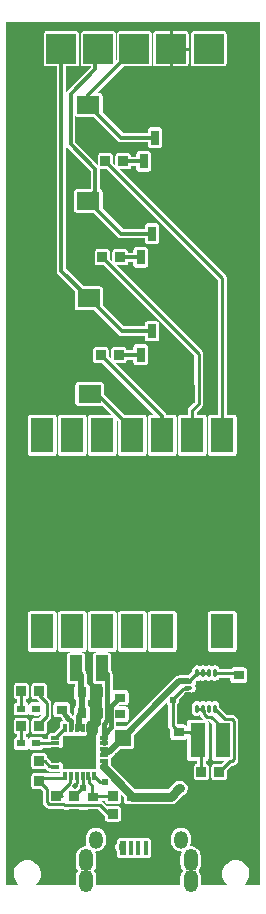
<source format=gtl>
G04 Layer: TopLayer*
G04 EasyEDA Pro v2.2.38.8, 2025-05-13 16:51:06*
G04 Gerber Generator version 0.3*
G04 Scale: 100 percent, Rotated: No, Reflected: No*
G04 Dimensions in millimeters*
G04 Leading zeros omitted, absolute positions, 4 integers and 5 decimals*
%FSLAX45Y45*%
%MOMM*%
%ADD10C,0.254*%
%ADD11R,2.5X2.5*%
%ADD12R,0.9X0.8*%
%ADD13R,0.9X0.8*%
%ADD14R,0.7X1.25001*%
%ADD15R,0.80648X0.86401*%
%ADD16R,0.80648X0.86401*%
%ADD17R,1.9X1.5*%
%ADD18O,0.28001X0.8*%
%ADD19O,0.8092X0.28001*%
%ADD20O,0.8X0.28001*%
%ADD21R,1.7X1.7*%
%ADD22R,1.9X2.99999*%
%ADD23R,2.79999X2.79999*%
%ADD24R,0.29997X0.8*%
%ADD25R,0.8X0.3*%
%ADD26R,0.75001X0.6*%
%ADD27R,0.55001X1.2*%
%ADD28R,0.38001X1.2*%
%ADD29O,1.2X1.5*%
%ADD30O,1.2X1.9*%
%ADD31R,1.3X2.99999*%
%ADD32R,1.0X2.2*%
%ADD33R,1.35001X1.41*%
%ADD34R,0.8X0.9*%
%ADD35R,0.86401X0.80648*%
%ADD36C,0.61*%
%ADD37C,0.508*%
%ADD38C,0.3048*%
%ADD39C,0.381*%
%ADD40C,0.762*%
%ADD41C,0.635*%
G75*


G04 Copper Start*
G36*
G01X3192953Y-6543557D02*
G01X2851115Y-6543557D01*
G01X2866295Y-6529741D01*
G01X2878789Y-6513456D01*
G01X2888201Y-6495215D01*
G01X2894235Y-6475596D01*
G01X2896700Y-6455218D01*
G01X2895517Y-6434727D01*
G01X2890724Y-6414768D01*
G01X2882473Y-6395974D01*
G01X2871024Y-6378937D01*
G01X2856739Y-6364198D01*
G01X2840070Y-6352220D01*
G01X2821543Y-6343384D01*
G01X2801745Y-6337968D01*
G01X2781300Y-6336144D01*
G01X2760855Y-6337968D01*
G01X2741057Y-6343384D01*
G01X2722530Y-6352220D01*
G01X2705861Y-6364198D01*
G01X2691576Y-6378937D01*
G01X2680127Y-6395974D01*
G01X2671876Y-6414768D01*
G01X2667083Y-6434727D01*
G01X2665900Y-6455218D01*
G01X2668365Y-6475596D01*
G01X2674399Y-6495215D01*
G01X2683811Y-6513456D01*
G01X2696305Y-6529741D01*
G01X2711485Y-6543557D01*
G01X2604986Y-6543557D01*
G01X2603754Y-6527800D01*
G01X2603754Y-5455900D01*
G01X2816059Y-5455900D01*
G01X2816059Y-5542300D01*
G01X2818011Y-5552118D01*
G01X2823573Y-5560440D01*
G01X2831895Y-5566002D01*
G01X2841713Y-5567954D01*
G01X2922360Y-5567954D01*
G01X2930018Y-5566785D01*
G01X2936978Y-5563382D01*
G01X2941011Y-5567415D01*
G01X2949309Y-5573712D01*
G01X2958994Y-5577544D01*
G01X2964665Y-5583177D01*
G01X2971793Y-5586791D01*
G01X2979688Y-5588036D01*
G01X3058182Y-5588036D01*
G01X3058182Y-5600446D01*
G01X2937712Y-5600446D01*
G01X2930449Y-5596654D01*
G01X2922360Y-5595346D01*
G01X2841713Y-5595346D01*
G01X2831895Y-5597298D01*
G01X2823573Y-5602860D01*
G01X2818011Y-5611182D01*
G01X2816059Y-5621000D01*
G01X2816059Y-5707400D01*
G01X2818011Y-5717218D01*
G01X2823573Y-5725540D01*
G01X2831895Y-5731102D01*
G01X2841713Y-5733054D01*
G01X2896650Y-5733054D01*
G01X2913146Y-5749550D01*
G01X2913146Y-5843944D01*
G01X2914452Y-5853871D01*
G01X2918284Y-5863121D01*
G01X2924379Y-5871064D01*
G01X2940723Y-5887408D01*
G01X2948666Y-5893503D01*
G01X2957916Y-5897335D01*
G01X2967843Y-5898641D01*
G01X3071653Y-5898641D01*
G01X3079156Y-5903664D01*
G01X3087626Y-5906794D01*
G01X3096592Y-5907856D01*
G01X3380770Y-5907856D01*
G01X3436346Y-5963432D01*
G01X3436346Y-5983060D01*
G01X3438298Y-5992878D01*
G01X3443860Y-6001200D01*
G01X3452182Y-6006761D01*
G01X3462000Y-6008714D01*
G01X3548400Y-6008714D01*
G01X3558218Y-6006761D01*
G01X3566540Y-6001200D01*
G01X3572102Y-5992878D01*
G01X3574054Y-5983060D01*
G01X3574054Y-5902413D01*
G01X3572102Y-5892595D01*
G01X3566540Y-5884273D01*
G01X3558218Y-5878711D01*
G01X3548400Y-5876759D01*
G01X3462000Y-5876759D01*
G01X3458406Y-5877012D01*
G01X3423777Y-5842382D01*
G01X3417704Y-5837439D01*
G01X3410754Y-5833833D01*
G01X3410754Y-5831411D01*
G01X3436346Y-5831411D01*
G01X3436346Y-5832387D01*
G01X3438298Y-5842205D01*
G01X3443860Y-5850527D01*
G01X3452182Y-5856089D01*
G01X3462000Y-5858041D01*
G01X3548400Y-5858041D01*
G01X3558218Y-5856089D01*
G01X3566540Y-5850527D01*
G01X3572102Y-5842205D01*
G01X3574054Y-5832387D01*
G01X3574054Y-5774625D01*
G01X3599646Y-5800217D01*
G01X3599646Y-5837398D01*
G01X3601599Y-5847215D01*
G01X3607160Y-5855538D01*
G01X3615483Y-5861099D01*
G01X3625300Y-5863052D01*
G01X3715300Y-5863052D01*
G01X3724989Y-5861152D01*
G01X3997418Y-5861152D01*
G01X4009856Y-5859927D01*
G01X4021816Y-5856299D01*
G01X4032838Y-5850407D01*
G01X4042499Y-5842478D01*
G01X4096763Y-5788215D01*
G01X4110309Y-5781876D01*
G01X4122005Y-5772556D01*
G01X4131208Y-5760767D01*
G01X4137412Y-5747159D01*
G01X4140275Y-5732481D01*
G01X4139639Y-5717539D01*
G01X4135540Y-5703156D01*
G01X4128203Y-5690124D01*
G01X4118032Y-5679159D01*
G01X4105587Y-5670866D01*
G01X4091552Y-5665700D01*
G01X4076700Y-5663946D01*
G01X4067116Y-5663946D01*
G01X4054678Y-5665171D01*
G01X4042718Y-5668799D01*
G01X4031696Y-5674690D01*
G01X4022035Y-5682619D01*
G01X3971011Y-5733644D01*
G01X3724989Y-5733644D01*
G01X3715300Y-5731744D01*
G01X3693536Y-5731744D01*
G01X3493667Y-5531874D01*
G01X3491640Y-5522401D01*
G01X3493159Y-5517500D01*
G01X3493672Y-5512395D01*
G01X3493672Y-5482395D01*
G01X3493160Y-5477296D01*
G01X3491646Y-5472401D01*
G01X3493285Y-5466849D01*
G01X3500263Y-5462616D01*
G01X3506477Y-5457324D01*
G01X3570147Y-5393654D01*
G01X3661601Y-5393654D01*
G01X3671418Y-5391702D01*
G01X3679741Y-5386141D01*
G01X3685302Y-5377818D01*
G01X3687255Y-5368000D01*
G01X3687255Y-5276547D01*
G01X3962106Y-5001695D01*
G01X3967607Y-5011180D01*
G01X3974846Y-5019415D01*
G01X3974846Y-5200498D01*
G01X3976153Y-5210424D01*
G01X3979984Y-5219675D01*
G01X3986080Y-5227618D01*
G01X3993346Y-5234884D01*
G01X3993346Y-5291298D01*
G01X3995299Y-5301115D01*
G01X4000860Y-5309438D01*
G01X4009183Y-5314999D01*
G01X4019000Y-5316952D01*
G01X4109000Y-5316952D01*
G01X4118817Y-5314999D01*
G01X4127140Y-5309438D01*
G01X4132701Y-5301115D01*
G01X4134654Y-5291298D01*
G01X4134654Y-5289652D01*
G01X4135043Y-5289652D01*
G01X4135043Y-5471300D01*
G01X4136995Y-5481117D01*
G01X4142556Y-5489440D01*
G01X4150879Y-5495001D01*
G01X4160697Y-5496954D01*
G01X4217010Y-5496954D01*
G01X4217010Y-5519146D01*
G01X4215040Y-5519146D01*
G01X4205222Y-5521098D01*
G01X4196900Y-5526660D01*
G01X4191339Y-5534982D01*
G01X4189386Y-5544800D01*
G01X4189386Y-5631200D01*
G01X4191339Y-5641018D01*
G01X4196900Y-5649340D01*
G01X4205222Y-5654902D01*
G01X4215040Y-5656854D01*
G01X4295687Y-5656854D01*
G01X4305505Y-5654902D01*
G01X4313827Y-5649340D01*
G01X4319389Y-5641018D01*
G01X4321341Y-5631200D01*
G01X4321341Y-5544800D01*
G01X4319389Y-5534982D01*
G01X4313827Y-5526660D01*
G01X4305505Y-5521098D01*
G01X4295687Y-5519146D01*
G01X4293718Y-5519146D01*
G01X4293718Y-5496775D01*
G01X4302571Y-5494040D01*
G01X4309875Y-5488338D01*
G01X4314677Y-5480413D01*
G01X4316350Y-5471300D01*
G01X4316350Y-5171300D01*
G01X4315473Y-5164650D01*
G01X4312902Y-5158454D01*
G01X4319607Y-5158454D01*
G01X4345050Y-5183896D01*
G01X4345050Y-5471300D01*
G01X4347003Y-5481117D01*
G01X4352564Y-5489440D01*
G01X4360886Y-5495001D01*
G01X4370704Y-5496954D01*
G01X4442842Y-5496954D01*
G01X4420650Y-5519146D01*
G01X4365713Y-5519146D01*
G01X4355895Y-5521098D01*
G01X4347573Y-5526660D01*
G01X4342011Y-5534982D01*
G01X4340059Y-5544800D01*
G01X4340059Y-5631200D01*
G01X4342011Y-5641018D01*
G01X4347573Y-5649340D01*
G01X4355895Y-5654902D01*
G01X4365713Y-5656854D01*
G01X4446360Y-5656854D01*
G01X4456178Y-5654902D01*
G01X4464500Y-5649340D01*
G01X4470061Y-5641018D01*
G01X4472014Y-5631200D01*
G01X4472014Y-5576263D01*
G01X4510723Y-5537554D01*
G01X4512260Y-5537554D01*
G01X4522187Y-5536247D01*
G01X4531437Y-5532415D01*
G01X4539380Y-5526320D01*
G01X4555724Y-5509977D01*
G01X4561819Y-5502033D01*
G01X4565651Y-5492783D01*
G01X4566958Y-5482856D01*
G01X4566958Y-5159744D01*
G01X4565651Y-5149817D01*
G01X4561819Y-5140567D01*
G01X4555724Y-5132623D01*
G01X4539380Y-5116280D01*
G01X4531437Y-5110185D01*
G01X4522187Y-5106353D01*
G01X4512260Y-5105046D01*
G01X4474681Y-5105046D01*
G01X4407248Y-5037613D01*
G01X4407248Y-5026200D01*
G01X4405686Y-5015179D01*
G01X4401122Y-5005026D01*
G01X4393916Y-4996542D01*
G01X4384636Y-4990395D01*
G01X4374013Y-4987069D01*
G01X4362884Y-4986826D01*
G01X4352126Y-4989687D01*
G01X4342587Y-4995424D01*
G01X4333369Y-4989824D01*
G01X4322982Y-4986915D01*
G01X4312196Y-4986913D01*
G01X4301808Y-4989818D01*
G01X4292587Y-4995414D01*
G01X4283366Y-4989818D01*
G01X4272979Y-4986913D01*
G01X4262192Y-4986915D01*
G01X4251806Y-4989824D01*
G01X4242587Y-4995424D01*
G01X4233049Y-4989687D01*
G01X4222291Y-4986826D01*
G01X4211162Y-4987069D01*
G01X4200539Y-4990395D01*
G01X4191259Y-4996542D01*
G01X4184053Y-5005026D01*
G01X4179489Y-5015179D01*
G01X4177927Y-5026200D01*
G01X4177927Y-5078199D01*
G01X4179842Y-5090373D01*
G01X4185401Y-5101371D01*
G01X4194069Y-5110131D01*
G01X4205007Y-5115807D01*
G01X4217160Y-5117851D01*
G01X4229354Y-5116066D01*
G01X4240410Y-5110623D01*
G01X4243908Y-5117039D01*
G01X4248560Y-5122675D01*
G01X4271531Y-5145646D01*
G01X4160697Y-5145646D01*
G01X4150879Y-5147599D01*
G01X4142556Y-5153160D01*
G01X4136995Y-5161483D01*
G01X4135043Y-5171300D01*
G01X4135043Y-5212944D01*
G01X4134654Y-5212944D01*
G01X4134654Y-5211298D01*
G01X4132701Y-5201480D01*
G01X4127140Y-5193158D01*
G01X4118817Y-5187596D01*
G01X4109000Y-5185644D01*
G01X4052587Y-5185644D01*
G01X4051554Y-5184611D01*
G01X4051554Y-5019415D01*
G01X4060268Y-5009024D01*
G01X4066238Y-4996847D01*
G01X4069113Y-4983594D01*
G01X4068728Y-4970038D01*
G01X4115132Y-4923634D01*
G01X4134514Y-4923634D01*
G01X4145921Y-4921898D01*
G01X4156297Y-4916848D01*
G01X4168600Y-4916848D01*
G01X4179621Y-4915286D01*
G01X4189774Y-4910722D01*
G01X4198258Y-4903516D01*
G01X4204405Y-4894236D01*
G01X4207731Y-4883613D01*
G01X4207974Y-4872484D01*
G01X4205113Y-4861726D01*
G01X4199376Y-4852187D01*
G01X4205585Y-4841484D01*
G01X4208193Y-4829388D01*
G01X4206945Y-4817077D01*
G01X4207477Y-4816545D01*
G01X4219788Y-4817793D01*
G01X4231884Y-4815185D01*
G01X4242587Y-4808976D01*
G01X4251806Y-4814576D01*
G01X4262192Y-4817485D01*
G01X4272979Y-4817487D01*
G01X4283366Y-4814582D01*
G01X4292587Y-4808986D01*
G01X4301808Y-4814582D01*
G01X4312196Y-4817487D01*
G01X4322982Y-4817485D01*
G01X4333369Y-4814576D01*
G01X4342587Y-4808976D01*
G01X4351943Y-4814635D01*
G01X4362488Y-4817524D01*
G01X4373422Y-4817424D01*
G01X4383912Y-4814341D01*
G01X4393162Y-4808510D01*
G01X4400468Y-4800375D01*
G01X4405274Y-4790554D01*
G01X4501346Y-4790554D01*
G01X4501346Y-4808698D01*
G01X4503299Y-4818515D01*
G01X4508860Y-4826838D01*
G01X4517183Y-4832399D01*
G01X4527000Y-4834352D01*
G01X4617000Y-4834352D01*
G01X4626817Y-4832399D01*
G01X4635140Y-4826838D01*
G01X4640701Y-4818515D01*
G01X4642654Y-4808698D01*
G01X4642654Y-4728698D01*
G01X4640701Y-4718880D01*
G01X4635140Y-4710558D01*
G01X4626817Y-4704996D01*
G01X4617000Y-4703044D01*
G01X4527000Y-4703044D01*
G01X4518984Y-4704328D01*
G01X4511770Y-4708054D01*
G01X4506082Y-4713846D01*
G01X4405274Y-4713846D01*
G01X4400468Y-4704025D01*
G01X4393162Y-4695890D01*
G01X4383912Y-4690060D01*
G01X4373422Y-4686977D01*
G01X4362488Y-4686876D01*
G01X4351943Y-4689766D01*
G01X4342587Y-4695425D01*
G01X4333369Y-4689825D01*
G01X4322982Y-4686916D01*
G01X4312196Y-4686914D01*
G01X4301808Y-4689818D01*
G01X4292587Y-4695415D01*
G01X4283366Y-4689818D01*
G01X4272979Y-4686914D01*
G01X4262192Y-4686916D01*
G01X4251806Y-4689825D01*
G01X4242587Y-4695425D01*
G01X4233049Y-4689687D01*
G01X4222291Y-4686827D01*
G01X4211162Y-4687069D01*
G01X4200539Y-4690395D01*
G01X4191259Y-4696542D01*
G01X4184053Y-4705027D01*
G01X4179489Y-4715180D01*
G01X4177927Y-4726201D01*
G01X4177927Y-4737614D01*
G01X4143983Y-4771558D01*
G01X4142600Y-4771539D01*
G01X4068456Y-4771539D01*
G01X4055242Y-4773279D01*
G01X4042929Y-4778379D01*
G01X4032355Y-4786492D01*
G01X3905999Y-4912849D01*
G01X3901823Y-4917576D01*
G01X3618053Y-5201346D01*
G01X3534154Y-5201346D01*
G01X3534154Y-5164856D01*
G01X3613700Y-5164856D01*
G01X3623517Y-5162904D01*
G01X3631840Y-5157342D01*
G01X3637401Y-5149020D01*
G01X3639354Y-5139202D01*
G01X3639354Y-5059202D01*
G01X3637401Y-5049385D01*
G01X3631840Y-5041062D01*
G01X3623517Y-5035501D01*
G01X3613700Y-5033548D01*
G01X3547719Y-5033548D01*
G01X3556416Y-5024852D01*
G01X3613700Y-5024852D01*
G01X3623517Y-5022899D01*
G01X3631840Y-5017338D01*
G01X3637401Y-5009015D01*
G01X3639354Y-4999198D01*
G01X3639354Y-4919198D01*
G01X3637401Y-4909380D01*
G01X3631840Y-4901058D01*
G01X3623517Y-4895496D01*
G01X3613700Y-4893544D01*
G01X3523700Y-4893544D01*
G01X3516145Y-4894681D01*
G01X3509261Y-4897993D01*
G01X3503656Y-4903186D01*
G01X3503656Y-4758658D01*
G01X3502133Y-4747087D01*
G01X3497667Y-4736306D01*
G01X3490563Y-4727047D01*
G01X3487649Y-4724133D01*
G01X3487649Y-4601700D01*
G01X3485696Y-4591883D01*
G01X3480135Y-4583560D01*
G01X3471812Y-4577999D01*
G01X3461995Y-4576046D01*
G01X3361995Y-4576046D01*
G01X3352177Y-4577999D01*
G01X3343855Y-4583560D01*
G01X3338294Y-4591883D01*
G01X3336341Y-4601700D01*
G01X3336341Y-4821700D01*
G01X3338294Y-4831517D01*
G01X3343855Y-4839840D01*
G01X3352177Y-4845401D01*
G01X3361995Y-4847354D01*
G01X3414248Y-4847354D01*
G01X3414248Y-4958985D01*
G01X3414248Y-4958985D01*
G01X3410849Y-4968552D01*
G01X3409696Y-4978639D01*
G01X3409696Y-5028961D01*
G01X3410849Y-5039048D01*
G01X3414248Y-5048615D01*
G01X3414248Y-5133370D01*
G01X3396408Y-5151210D01*
G01X3389303Y-5160469D01*
G01X3384838Y-5171251D01*
G01X3383314Y-5182821D01*
G01X3383314Y-5257176D01*
G01X3375027Y-5260274D01*
G01X3368285Y-5266002D01*
G01X3363890Y-5273680D01*
G01X3362364Y-5282395D01*
G01X3362364Y-5312395D01*
G01X3362877Y-5317500D01*
G01X3364396Y-5322401D01*
G01X3362877Y-5327302D01*
G01X3362364Y-5332408D01*
G01X3362364Y-5362408D01*
G01X3362876Y-5367506D01*
G01X3364391Y-5372401D01*
G01X3362876Y-5377296D01*
G01X3362364Y-5382395D01*
G01X3362364Y-5412395D01*
G01X3362877Y-5417500D01*
G01X3364396Y-5422401D01*
G01X3362877Y-5427302D01*
G01X3362364Y-5432407D01*
G01X3362364Y-5462407D01*
G01X3362876Y-5467506D01*
G01X3364391Y-5472401D01*
G01X3362876Y-5477296D01*
G01X3362364Y-5482395D01*
G01X3362364Y-5512395D01*
G01X3362877Y-5517500D01*
G01X3364396Y-5522401D01*
G01X3362877Y-5527302D01*
G01X3362364Y-5532407D01*
G01X3362364Y-5561560D01*
G01X3333822Y-5561560D01*
G01X3328723Y-5562072D01*
G01X3323827Y-5563587D01*
G01X3318932Y-5562072D01*
G01X3313833Y-5561560D01*
G01X3283835Y-5561560D01*
G01X3278729Y-5562073D01*
G01X3273828Y-5563593D01*
G01X3268926Y-5562073D01*
G01X3263820Y-5561560D01*
G01X3233823Y-5561560D01*
G01X3228723Y-5562072D01*
G01X3223828Y-5563587D01*
G01X3218932Y-5562072D01*
G01X3213833Y-5561560D01*
G01X3183835Y-5561560D01*
G01X3178729Y-5562073D01*
G01X3173828Y-5563593D01*
G01X3168926Y-5562073D01*
G01X3163820Y-5561560D01*
G01X3133823Y-5561560D01*
G01X3128724Y-5562072D01*
G01X3123828Y-5563587D01*
G01X3118932Y-5562072D01*
G01X3113833Y-5561560D01*
G01X3085342Y-5561560D01*
G01X3085342Y-5532382D01*
G01X3083389Y-5522565D01*
G01X3077828Y-5514242D01*
G01X3069505Y-5508681D01*
G01X3059688Y-5506728D01*
G01X3031156Y-5506728D01*
G01X3022182Y-5503157D01*
G01X3012601Y-5501941D01*
G01X2984018Y-5501941D01*
G01X2954057Y-5471980D01*
G01X2948014Y-5467057D01*
G01X2948014Y-5455900D01*
G01X2946061Y-5446082D01*
G01X2940500Y-5437760D01*
G01X2932178Y-5432198D01*
G01X2922360Y-5430246D01*
G01X2841713Y-5430246D01*
G01X2831895Y-5432198D01*
G01X2823573Y-5437760D01*
G01X2818011Y-5446082D01*
G01X2816059Y-5455900D01*
G01X2603754Y-5455900D01*
G01X2603754Y-5156073D01*
G01X2665386Y-5156073D01*
G01X2665386Y-5242474D01*
G01X2667339Y-5252291D01*
G01X2672900Y-5260614D01*
G01X2681222Y-5266175D01*
G01X2691040Y-5268128D01*
G01X2693010Y-5268128D01*
G01X2693010Y-5291073D01*
G01X2683561Y-5293352D01*
G01X2675638Y-5298982D01*
G01X2670378Y-5307156D01*
G01X2668537Y-5316700D01*
G01X2668537Y-5376700D01*
G01X2670489Y-5386517D01*
G01X2676051Y-5394840D01*
G01X2684373Y-5400401D01*
G01X2694191Y-5402354D01*
G01X2769192Y-5402354D01*
G01X2777464Y-5400984D01*
G01X2784853Y-5397019D01*
G01X2790568Y-5390884D01*
G01X2794000Y-5383233D01*
G01X2797432Y-5390884D01*
G01X2803147Y-5397019D01*
G01X2810536Y-5400984D01*
G01X2818808Y-5402354D01*
G01X2893809Y-5402354D01*
G01X2901630Y-5401133D01*
G01X2908706Y-5397586D01*
G01X2914364Y-5392051D01*
G01X2918065Y-5385054D01*
G01X2967683Y-5385054D01*
G01X2973503Y-5387280D01*
G01X2979688Y-5388036D01*
G01X3059688Y-5388036D01*
G01X3069505Y-5386083D01*
G01X3077828Y-5380522D01*
G01X3083389Y-5372200D01*
G01X3085342Y-5362382D01*
G01X3085342Y-5332382D01*
G01X3084830Y-5327284D01*
G01X3083315Y-5322389D01*
G01X3084830Y-5317494D01*
G01X3085342Y-5312395D01*
G01X3085342Y-5285982D01*
G01X3088082Y-5283242D01*
G01X3113833Y-5283242D01*
G01X3118932Y-5282730D01*
G01X3123828Y-5281215D01*
G01X3128724Y-5282730D01*
G01X3133823Y-5283242D01*
G01X3163820Y-5283242D01*
G01X3168926Y-5282729D01*
G01X3173828Y-5281210D01*
G01X3178729Y-5282729D01*
G01X3183835Y-5283242D01*
G01X3213833Y-5283242D01*
G01X3218932Y-5282730D01*
G01X3223828Y-5281215D01*
G01X3228723Y-5282730D01*
G01X3233823Y-5283242D01*
G01X3263820Y-5283242D01*
G01X3273637Y-5281289D01*
G01X3281960Y-5275728D01*
G01X3287521Y-5267406D01*
G01X3289474Y-5257588D01*
G01X3289474Y-5239232D01*
G01X3293071Y-5228675D01*
G01X3294289Y-5217588D01*
G01X3293071Y-5206502D01*
G01X3289474Y-5195944D01*
G01X3289474Y-5177588D01*
G01X3288372Y-5170149D01*
G01X3285160Y-5163350D01*
G01X3294834Y-5161266D01*
G01X3303000Y-5155676D01*
G01X3308443Y-5147410D01*
G01X3310352Y-5137700D01*
G01X3310352Y-5047700D01*
G01X3308568Y-5038301D01*
G01X3303465Y-5030209D01*
G01X3295752Y-5024550D01*
G01X3295752Y-4983050D01*
G01X3303465Y-4977391D01*
G01X3308568Y-4969299D01*
G01X3310352Y-4959900D01*
G01X3310352Y-4869900D01*
G01X3308399Y-4860083D01*
G01X3302838Y-4851760D01*
G01X3294515Y-4846199D01*
G01X3284698Y-4844246D01*
G01X3283052Y-4844246D01*
G01X3283052Y-4764392D01*
G01X3281312Y-4751179D01*
G01X3276212Y-4738865D01*
G01X3268098Y-4728292D01*
G01X3267659Y-4727853D01*
G01X3267659Y-4601700D01*
G01X3265706Y-4591883D01*
G01X3260145Y-4583560D01*
G01X3251823Y-4577999D01*
G01X3242005Y-4576046D01*
G01X3142005Y-4576046D01*
G01X3132188Y-4577999D01*
G01X3123865Y-4583560D01*
G01X3118304Y-4591883D01*
G01X3116351Y-4601700D01*
G01X3116351Y-4821700D01*
G01X3118304Y-4831517D01*
G01X3123865Y-4839840D01*
G01X3132188Y-4845401D01*
G01X3142005Y-4847354D01*
G01X3180944Y-4847354D01*
G01X3180944Y-4860211D01*
G01X3180944Y-4860211D01*
G01X3179044Y-4869900D01*
G01X3179044Y-4959900D01*
G01X3180827Y-4969299D01*
G01X3185931Y-4977391D01*
G01X3193644Y-4983050D01*
G01X3193644Y-5024550D01*
G01X3185931Y-5030209D01*
G01X3180827Y-5038301D01*
G01X3179044Y-5047700D01*
G01X3179044Y-5086697D01*
G01X3173353Y-5095838D01*
G01X3169706Y-5105969D01*
G01X3168264Y-5116640D01*
G01X3164590Y-5112965D01*
G01X3162090Y-5104330D01*
G01X3157913Y-5096370D01*
G01X3152228Y-5089407D01*
G01X3144054Y-5081233D01*
G01X3144054Y-5021102D01*
G01X3142101Y-5011285D01*
G01X3136540Y-5002962D01*
G01X3128217Y-4997401D01*
G01X3118400Y-4995448D01*
G01X3028400Y-4995448D01*
G01X3018583Y-4997401D01*
G01X3010260Y-5002962D01*
G01X3004699Y-5011285D01*
G01X3002746Y-5021102D01*
G01X3002746Y-5101102D01*
G01X3004699Y-5110920D01*
G01X3010260Y-5119242D01*
G01X3018583Y-5124804D01*
G01X3028400Y-5126756D01*
G01X3063135Y-5126756D01*
G01X3076644Y-5140265D01*
G01X3080600Y-5152139D01*
G01X3071818Y-5154923D01*
G01X3064585Y-5160631D01*
G01X3059836Y-5168525D01*
G01X3058182Y-5177588D01*
G01X3058182Y-5204661D01*
G01X3006101Y-5256741D01*
G01X2979688Y-5256741D01*
G01X2969871Y-5258694D01*
G01X2961548Y-5264255D01*
G01X2955987Y-5272578D01*
G01X2954034Y-5282395D01*
G01X2954034Y-5308346D01*
G01X2918065Y-5308346D01*
G01X2914364Y-5301349D01*
G01X2908706Y-5295814D01*
G01X2901630Y-5292267D01*
G01X2893809Y-5291046D01*
G01X2818808Y-5291046D01*
G01X2810536Y-5292416D01*
G01X2803147Y-5296381D01*
G01X2797432Y-5302516D01*
G01X2794000Y-5310167D01*
G01X2790641Y-5302626D01*
G01X2785060Y-5296543D01*
G01X2777836Y-5292546D01*
G01X2769718Y-5291051D01*
G01X2769718Y-5268128D01*
G01X2771687Y-5268128D01*
G01X2781505Y-5266175D01*
G01X2789827Y-5260614D01*
G01X2795389Y-5252291D01*
G01X2797341Y-5242474D01*
G01X2797341Y-5156073D01*
G01X2795389Y-5146256D01*
G01X2789827Y-5137933D01*
G01X2781505Y-5132372D01*
G01X2771687Y-5130419D01*
G01X2691040Y-5130419D01*
G01X2681222Y-5132372D01*
G01X2672900Y-5137933D01*
G01X2667339Y-5146256D01*
G01X2665386Y-5156073D01*
G01X2603754Y-5156073D01*
G01X2603754Y-4859000D01*
G01X2665386Y-4859000D01*
G01X2665386Y-4945400D01*
G01X2667339Y-4955218D01*
G01X2672900Y-4963540D01*
G01X2681222Y-4969102D01*
G01X2691040Y-4971054D01*
G01X2693010Y-4971054D01*
G01X2693010Y-4998973D01*
G01X2683561Y-5001252D01*
G01X2675638Y-5006882D01*
G01X2670378Y-5015056D01*
G01X2668537Y-5024600D01*
G01X2668537Y-5084600D01*
G01X2670489Y-5094417D01*
G01X2676051Y-5102740D01*
G01X2684373Y-5108301D01*
G01X2694191Y-5110254D01*
G01X2769192Y-5110254D01*
G01X2777464Y-5108884D01*
G01X2784853Y-5104919D01*
G01X2790568Y-5098784D01*
G01X2794000Y-5091133D01*
G01X2797432Y-5098784D01*
G01X2803147Y-5104919D01*
G01X2810536Y-5108884D01*
G01X2818808Y-5110254D01*
G01X2831572Y-5110254D01*
G01X2843207Y-5114228D01*
G01X2855429Y-5115574D01*
G01X2867651Y-5114228D01*
G01X2879287Y-5110254D01*
G01X2893809Y-5110254D01*
G01X2901048Y-5109212D01*
G01X2879840Y-5130419D01*
G01X2841713Y-5130419D01*
G01X2831895Y-5132372D01*
G01X2823573Y-5137933D01*
G01X2818011Y-5146256D01*
G01X2816059Y-5156073D01*
G01X2816059Y-5242474D01*
G01X2818011Y-5252291D01*
G01X2823573Y-5260614D01*
G01X2831895Y-5266175D01*
G01X2841713Y-5268128D01*
G01X2922360Y-5268128D01*
G01X2932178Y-5266175D01*
G01X2940500Y-5260614D01*
G01X2946061Y-5252291D01*
G01X2948014Y-5242474D01*
G01X2948014Y-5170727D01*
G01X2974230Y-5144511D01*
G01X2980325Y-5136568D01*
G01X2984157Y-5127317D01*
G01X2985463Y-5117391D01*
G01X2985463Y-5005317D01*
G01X2984157Y-4995390D01*
G01X2980325Y-4986140D01*
G01X2974230Y-4978197D01*
G01X2947328Y-4951295D01*
G01X2948014Y-4945400D01*
G01X2948014Y-4859000D01*
G01X2946061Y-4849182D01*
G01X2940500Y-4840860D01*
G01X2932178Y-4835298D01*
G01X2922360Y-4833346D01*
G01X2841713Y-4833346D01*
G01X2831895Y-4835298D01*
G01X2823573Y-4840860D01*
G01X2818011Y-4849182D01*
G01X2816059Y-4859000D01*
G01X2816059Y-4945400D01*
G01X2818011Y-4955218D01*
G01X2823573Y-4963540D01*
G01X2831895Y-4969102D01*
G01X2841713Y-4971054D01*
G01X2858606Y-4971054D01*
G01X2886498Y-4998946D01*
G01X2818808Y-4998946D01*
G01X2810536Y-5000316D01*
G01X2803147Y-5004281D01*
G01X2797432Y-5010416D01*
G01X2794000Y-5018067D01*
G01X2790641Y-5010526D01*
G01X2785060Y-5004443D01*
G01X2777836Y-5000446D01*
G01X2769718Y-4998951D01*
G01X2769718Y-4998951D01*
G01X2769718Y-4971054D01*
G01X2771687Y-4971054D01*
G01X2781505Y-4969102D01*
G01X2789827Y-4963540D01*
G01X2795389Y-4955218D01*
G01X2797341Y-4945400D01*
G01X2797341Y-4859000D01*
G01X2795389Y-4849182D01*
G01X2789827Y-4840860D01*
G01X2781505Y-4835298D01*
G01X2771687Y-4833346D01*
G01X2691040Y-4833346D01*
G01X2681222Y-4835298D01*
G01X2672900Y-4840860D01*
G01X2667339Y-4849182D01*
G01X2665386Y-4859000D01*
G01X2603754Y-4859000D01*
G01X2603754Y-4248696D01*
G01X2787649Y-4248696D01*
G01X2787649Y-4548695D01*
G01X2789602Y-4558513D01*
G01X2795163Y-4566836D01*
G01X2803485Y-4572397D01*
G01X2813303Y-4574349D01*
G01X3003302Y-4574349D01*
G01X3013120Y-4572397D01*
G01X3021442Y-4566836D01*
G01X3027004Y-4558513D01*
G01X3028956Y-4548695D01*
G01X3028956Y-4248696D01*
G01X3028956Y-4248696D01*
G01X3028956Y-4248696D01*
G01X3041646Y-4248696D01*
G01X3041646Y-4548695D01*
G01X3043599Y-4558513D01*
G01X3049160Y-4566836D01*
G01X3057483Y-4572397D01*
G01X3067300Y-4574349D01*
G01X3257300Y-4574349D01*
G01X3267117Y-4572397D01*
G01X3275440Y-4566836D01*
G01X3281001Y-4558513D01*
G01X3282954Y-4548695D01*
G01X3282954Y-4248696D01*
G01X3295646Y-4248696D01*
G01X3295646Y-4548695D01*
G01X3297599Y-4558513D01*
G01X3303160Y-4566836D01*
G01X3311483Y-4572397D01*
G01X3321300Y-4574349D01*
G01X3511300Y-4574349D01*
G01X3521117Y-4572397D01*
G01X3529440Y-4566836D01*
G01X3535001Y-4558513D01*
G01X3536954Y-4548695D01*
G01X3536954Y-4248696D01*
G01X3549646Y-4248696D01*
G01X3549646Y-4548695D01*
G01X3551599Y-4558513D01*
G01X3557160Y-4566836D01*
G01X3565483Y-4572397D01*
G01X3575300Y-4574349D01*
G01X3765300Y-4574349D01*
G01X3775117Y-4572397D01*
G01X3783440Y-4566836D01*
G01X3789001Y-4558513D01*
G01X3790954Y-4548695D01*
G01X3790954Y-4248696D01*
G01X3803646Y-4248696D01*
G01X3803646Y-4548695D01*
G01X3805599Y-4558513D01*
G01X3811160Y-4566836D01*
G01X3819483Y-4572397D01*
G01X3829300Y-4574349D01*
G01X4019300Y-4574349D01*
G01X4029117Y-4572397D01*
G01X4037440Y-4566836D01*
G01X4043001Y-4558513D01*
G01X4044954Y-4548695D01*
G01X4044954Y-4248696D01*
G01X4311644Y-4248696D01*
G01X4311644Y-4548695D01*
G01X4313596Y-4558513D01*
G01X4319158Y-4566836D01*
G01X4327480Y-4572397D01*
G01X4337298Y-4574349D01*
G01X4527297Y-4574349D01*
G01X4537115Y-4572397D01*
G01X4545437Y-4566836D01*
G01X4550998Y-4558513D01*
G01X4552951Y-4548695D01*
G01X4552951Y-4248696D01*
G01X4552951Y-4248696D01*
G01X4550998Y-4238879D01*
G01X4545437Y-4230556D01*
G01X4537115Y-4224995D01*
G01X4527297Y-4223042D01*
G01X4337298Y-4223042D01*
G01X4327480Y-4224995D01*
G01X4319158Y-4230556D01*
G01X4313596Y-4238879D01*
G01X4311644Y-4248696D01*
G01X4044954Y-4248696D01*
G01X4044954Y-4248696D01*
G01X4044954Y-4248696D01*
G01X4043001Y-4238879D01*
G01X4037440Y-4230556D01*
G01X4029117Y-4224995D01*
G01X4019300Y-4223042D01*
G01X3829300Y-4223042D01*
G01X3819483Y-4224995D01*
G01X3811160Y-4230556D01*
G01X3805599Y-4238879D01*
G01X3803646Y-4248696D01*
G01X3790954Y-4248696D01*
G01X3790954Y-4248696D01*
G01X3789001Y-4238879D01*
G01X3783440Y-4230556D01*
G01X3775117Y-4224995D01*
G01X3765300Y-4223042D01*
G01X3575300Y-4223042D01*
G01X3565483Y-4224995D01*
G01X3557160Y-4230556D01*
G01X3551599Y-4238879D01*
G01X3549646Y-4248696D01*
G01X3536954Y-4248696D01*
G01X3536954Y-4248696D01*
G01X3535001Y-4238879D01*
G01X3529440Y-4230556D01*
G01X3521117Y-4224995D01*
G01X3511300Y-4223042D01*
G01X3321300Y-4223042D01*
G01X3311483Y-4224995D01*
G01X3303160Y-4230556D01*
G01X3297599Y-4238879D01*
G01X3295646Y-4248696D01*
G01X3282954Y-4248696D01*
G01X3282954Y-4248696D01*
G01X3281001Y-4238879D01*
G01X3275440Y-4230556D01*
G01X3267117Y-4224995D01*
G01X3257300Y-4223042D01*
G01X3067300Y-4223042D01*
G01X3057483Y-4224995D01*
G01X3049160Y-4230556D01*
G01X3043599Y-4238879D01*
G01X3041646Y-4248696D01*
G01X3028956Y-4248696D01*
G01X3027004Y-4238879D01*
G01X3021442Y-4230556D01*
G01X3013120Y-4224995D01*
G01X3003302Y-4223042D01*
G01X2813303Y-4223042D01*
G01X2803485Y-4224995D01*
G01X2795163Y-4230556D01*
G01X2789602Y-4238879D01*
G01X2787649Y-4248696D01*
G01X2603754Y-4248696D01*
G01X2603754Y-2588702D01*
G01X2787649Y-2588702D01*
G01X2787649Y-2888701D01*
G01X2789602Y-2898519D01*
G01X2795163Y-2906841D01*
G01X2803485Y-2912403D01*
G01X2813303Y-2914355D01*
G01X3003302Y-2914355D01*
G01X3013120Y-2912403D01*
G01X3021442Y-2906841D01*
G01X3027004Y-2898519D01*
G01X3028956Y-2888701D01*
G01X3028956Y-2588702D01*
G01X3041646Y-2588702D01*
G01X3041646Y-2888701D01*
G01X3043599Y-2898519D01*
G01X3049160Y-2906841D01*
G01X3057483Y-2912403D01*
G01X3067300Y-2914355D01*
G01X3257300Y-2914355D01*
G01X3267117Y-2912403D01*
G01X3275440Y-2906841D01*
G01X3281001Y-2898519D01*
G01X3282954Y-2888701D01*
G01X3282954Y-2588702D01*
G01X3282954Y-2588702D01*
G01X3281001Y-2578885D01*
G01X3275440Y-2570562D01*
G01X3267117Y-2565001D01*
G01X3257300Y-2563048D01*
G01X3067300Y-2563048D01*
G01X3057483Y-2565001D01*
G01X3049160Y-2570562D01*
G01X3043599Y-2578885D01*
G01X3041646Y-2588702D01*
G01X3028956Y-2588702D01*
G01X3028956Y-2588702D01*
G01X3028956Y-2588702D01*
G01X3027004Y-2578885D01*
G01X3021442Y-2570562D01*
G01X3013120Y-2565001D01*
G01X3003302Y-2563048D01*
G01X2813303Y-2563048D01*
G01X2803485Y-2565001D01*
G01X2795163Y-2570562D01*
G01X2789602Y-2578885D01*
G01X2787649Y-2588702D01*
G01X2603754Y-2588702D01*
G01X2603754Y-2312600D01*
G01X3187747Y-2312600D01*
G01X3187747Y-2462600D01*
G01X3189700Y-2472417D01*
G01X3195261Y-2480740D01*
G01X3203584Y-2486301D01*
G01X3213401Y-2488254D01*
G01X3403401Y-2488254D01*
G01X3409559Y-2487504D01*
G01X3415357Y-2485297D01*
G01X3493108Y-2563048D01*
G01X3321300Y-2563048D01*
G01X3311483Y-2565001D01*
G01X3303160Y-2570562D01*
G01X3297599Y-2578885D01*
G01X3295646Y-2588702D01*
G01X3295646Y-2888701D01*
G01X3297599Y-2898519D01*
G01X3303160Y-2906841D01*
G01X3311483Y-2912403D01*
G01X3321300Y-2914355D01*
G01X3511300Y-2914355D01*
G01X3521117Y-2912403D01*
G01X3529440Y-2906841D01*
G01X3535001Y-2898519D01*
G01X3536954Y-2888701D01*
G01X3536954Y-2606894D01*
G01X3549646Y-2619586D01*
G01X3549646Y-2888701D01*
G01X3551599Y-2898519D01*
G01X3557160Y-2906841D01*
G01X3565483Y-2912403D01*
G01X3575300Y-2914355D01*
G01X3765300Y-2914355D01*
G01X3775117Y-2912403D01*
G01X3783440Y-2906841D01*
G01X3789001Y-2898519D01*
G01X3790954Y-2888701D01*
G01X3790954Y-2588702D01*
G01X3789001Y-2578885D01*
G01X3783440Y-2570562D01*
G01X3775117Y-2565001D01*
G01X3765300Y-2563048D01*
G01X3601590Y-2563048D01*
G01X3429055Y-2390513D01*
G01X3429055Y-2390513D01*
G01X3429055Y-2312600D01*
G01X3427102Y-2302783D01*
G01X3421541Y-2294460D01*
G01X3413218Y-2288899D01*
G01X3403401Y-2286946D01*
G01X3213401Y-2286946D01*
G01X3203584Y-2288899D01*
G01X3195261Y-2294460D01*
G01X3189700Y-2302783D01*
G01X3187747Y-2312600D01*
G01X2603754Y-2312600D01*
G01X2603754Y-2014200D01*
G01X3338486Y-2014200D01*
G01X3338486Y-2100600D01*
G01X3340439Y-2110418D01*
G01X3346000Y-2118740D01*
G01X3354322Y-2124302D01*
G01X3364140Y-2126254D01*
G01X3415485Y-2126254D01*
G01X3852279Y-2563048D01*
G01X3852279Y-2563048D01*
G01X3829300Y-2563048D01*
G01X3819483Y-2565001D01*
G01X3811160Y-2570562D01*
G01X3805599Y-2578885D01*
G01X3803646Y-2588702D01*
G01X3803646Y-2888701D01*
G01X3805599Y-2898519D01*
G01X3811160Y-2906841D01*
G01X3819483Y-2912403D01*
G01X3829300Y-2914355D01*
G01X4019300Y-2914355D01*
G01X4029117Y-2912403D01*
G01X4037440Y-2906841D01*
G01X4043001Y-2898519D01*
G01X4044954Y-2888701D01*
G01X4044954Y-2588702D01*
G01X4043001Y-2578885D01*
G01X4037440Y-2570562D01*
G01X4029117Y-2565001D01*
G01X4019300Y-2563048D01*
G01X3962654Y-2563048D01*
G01X3958732Y-2555173D01*
G01X3953216Y-2548320D01*
G01X3531151Y-2126254D01*
G01X3595460Y-2126254D01*
G01X3605278Y-2124302D01*
G01X3613600Y-2118740D01*
G01X3619161Y-2110418D01*
G01X3621114Y-2100600D01*
G01X3621114Y-2098294D01*
G01X3679750Y-2098294D01*
G01X3679750Y-2118300D01*
G01X3681703Y-2128118D01*
G01X3687264Y-2136440D01*
G01X3695587Y-2142002D01*
G01X3705404Y-2143954D01*
G01X3775404Y-2143954D01*
G01X3785221Y-2142002D01*
G01X3793544Y-2136440D01*
G01X3799105Y-2128118D01*
G01X3801058Y-2118300D01*
G01X3801058Y-1993299D01*
G01X3799105Y-1983482D01*
G01X3793544Y-1975159D01*
G01X3785221Y-1969598D01*
G01X3775404Y-1967645D01*
G01X3705404Y-1967645D01*
G01X3695587Y-1969598D01*
G01X3687264Y-1975159D01*
G01X3681703Y-1983482D01*
G01X3679750Y-1993299D01*
G01X3679750Y-2016506D01*
G01X3621114Y-2016506D01*
G01X3621114Y-2014200D01*
G01X3619161Y-2004382D01*
G01X3613600Y-1996060D01*
G01X3605278Y-1990498D01*
G01X3595460Y-1988546D01*
G01X3514813Y-1988546D01*
G01X3504995Y-1990498D01*
G01X3496673Y-1996060D01*
G01X3491111Y-2004382D01*
G01X3489159Y-2014200D01*
G01X3489159Y-2084262D01*
G01X3470441Y-2065545D01*
G01X3470441Y-2014200D01*
G01X3468489Y-2004382D01*
G01X3462927Y-1996060D01*
G01X3454605Y-1990498D01*
G01X3444787Y-1988546D01*
G01X3364140Y-1988546D01*
G01X3354322Y-1990498D01*
G01X3346000Y-1996060D01*
G01X3340439Y-2004382D01*
G01X3338486Y-2014200D01*
G01X2603754Y-2014200D01*
G01X2603754Y410357D01*
G01X2919344Y410357D01*
G01X2921297Y400539D01*
G01X2926858Y392217D01*
G01X2935181Y386656D01*
G01X2944998Y384703D01*
G01X3029104Y384703D01*
G01X3029104Y-1345599D01*
G01X3030497Y-1356183D01*
G01X3034583Y-1366046D01*
G01X3041081Y-1374516D01*
G01X3181244Y-1514678D01*
G01X3181244Y-1514678D01*
G01X3181244Y-1652499D01*
G01X3183197Y-1662316D01*
G01X3188758Y-1670639D01*
G01X3197080Y-1676200D01*
G01X3206898Y-1678153D01*
G01X3344719Y-1678153D01*
G01X3551282Y-1884717D01*
G01X3559752Y-1891215D01*
G01X3569615Y-1895301D01*
G01X3580199Y-1896694D01*
G01X3774746Y-1896694D01*
G01X3774746Y-1918301D01*
G01X3776699Y-1928118D01*
G01X3782260Y-1936441D01*
G01X3790583Y-1942002D01*
G01X3800400Y-1943955D01*
G01X3870400Y-1943955D01*
G01X3880217Y-1942002D01*
G01X3888540Y-1936441D01*
G01X3894101Y-1928118D01*
G01X3896054Y-1918301D01*
G01X3896054Y-1793300D01*
G01X3894101Y-1783482D01*
G01X3888540Y-1775160D01*
G01X3880217Y-1769598D01*
G01X3870400Y-1767646D01*
G01X3800400Y-1767646D01*
G01X3790583Y-1769598D01*
G01X3782260Y-1775160D01*
G01X3776699Y-1783482D01*
G01X3774746Y-1793300D01*
G01X3774746Y-1814906D01*
G01X3597138Y-1814906D01*
G01X3422551Y-1640320D01*
G01X3422551Y-1502499D01*
G01X3420599Y-1492682D01*
G01X3415038Y-1484359D01*
G01X3406715Y-1478798D01*
G01X3396897Y-1476845D01*
G01X3259077Y-1476845D01*
G01X3110892Y-1328660D01*
G01X3110892Y-1188700D01*
G01X3351186Y-1188700D01*
G01X3351186Y-1275100D01*
G01X3353139Y-1284918D01*
G01X3358700Y-1293240D01*
G01X3367022Y-1298802D01*
G01X3376840Y-1300754D01*
G01X3431777Y-1300754D01*
G01X4192945Y-2061922D01*
G01X4192945Y-2061922D01*
G01X4192945Y-2458270D01*
G01X4151180Y-2500035D01*
G01X4145084Y-2507979D01*
G01X4141253Y-2517229D01*
G01X4139946Y-2527156D01*
G01X4139946Y-2563048D01*
G01X4083300Y-2563048D01*
G01X4073483Y-2565001D01*
G01X4065160Y-2570562D01*
G01X4059599Y-2578885D01*
G01X4057646Y-2588702D01*
G01X4057646Y-2888701D01*
G01X4059599Y-2898519D01*
G01X4065160Y-2906841D01*
G01X4073483Y-2912403D01*
G01X4083300Y-2914355D01*
G01X4273300Y-2914355D01*
G01X4283117Y-2912403D01*
G01X4291440Y-2906841D01*
G01X4297001Y-2898519D01*
G01X4298954Y-2888701D01*
G01X4298954Y-2588702D01*
G01X4297001Y-2578885D01*
G01X4291440Y-2570562D01*
G01X4283117Y-2565001D01*
G01X4273300Y-2563048D01*
G01X4216654Y-2563048D01*
G01X4216654Y-2543042D01*
G01X4258420Y-2501277D01*
G01X4264515Y-2493333D01*
G01X4268346Y-2484083D01*
G01X4269653Y-2474156D01*
G01X4269653Y-2046036D01*
G01X4268346Y-2036109D01*
G01X4264515Y-2026859D01*
G01X4258420Y-2018915D01*
G01X3540259Y-1300754D01*
G01X3608160Y-1300754D01*
G01X3617978Y-1298802D01*
G01X3626300Y-1293240D01*
G01X3631861Y-1284918D01*
G01X3633814Y-1275100D01*
G01X3633814Y-1272794D01*
G01X3679750Y-1272794D01*
G01X3679750Y-1292800D01*
G01X3681703Y-1302618D01*
G01X3687264Y-1310940D01*
G01X3695587Y-1316502D01*
G01X3705404Y-1318454D01*
G01X3775404Y-1318454D01*
G01X3785221Y-1316502D01*
G01X3793544Y-1310940D01*
G01X3799105Y-1302618D01*
G01X3801058Y-1292800D01*
G01X3801058Y-1167799D01*
G01X3799105Y-1157982D01*
G01X3793544Y-1149659D01*
G01X3785221Y-1144098D01*
G01X3775404Y-1142145D01*
G01X3705404Y-1142145D01*
G01X3695587Y-1144098D01*
G01X3687264Y-1149659D01*
G01X3681703Y-1157982D01*
G01X3679750Y-1167799D01*
G01X3679750Y-1191006D01*
G01X3633814Y-1191006D01*
G01X3633814Y-1188700D01*
G01X3631861Y-1178882D01*
G01X3626300Y-1170560D01*
G01X3617978Y-1164998D01*
G01X3608160Y-1163046D01*
G01X3527513Y-1163046D01*
G01X3517695Y-1164998D01*
G01X3509373Y-1170560D01*
G01X3503811Y-1178882D01*
G01X3501859Y-1188700D01*
G01X3501859Y-1262354D01*
G01X3483141Y-1243637D01*
G01X3483141Y-1188700D01*
G01X3481189Y-1178882D01*
G01X3475627Y-1170560D01*
G01X3467305Y-1164998D01*
G01X3457487Y-1163046D01*
G01X3376840Y-1163046D01*
G01X3367022Y-1164998D01*
G01X3358700Y-1170560D01*
G01X3353139Y-1178882D01*
G01X3351186Y-1188700D01*
G01X3110892Y-1188700D01*
G01X3110892Y-294391D01*
G01X3118426Y-304768D01*
G01X3317183Y-503526D01*
G01X3317183Y-649460D01*
G01X3315298Y-651345D01*
G01X3202877Y-651345D01*
G01X3193060Y-653298D01*
G01X3184737Y-658859D01*
G01X3179176Y-667182D01*
G01X3177223Y-676999D01*
G01X3177223Y-826999D01*
G01X3179176Y-836816D01*
G01X3184737Y-845139D01*
G01X3193060Y-850700D01*
G01X3202877Y-852653D01*
G01X3340698Y-852653D01*
G01X3547262Y-1059217D01*
G01X3555731Y-1065715D01*
G01X3565594Y-1069801D01*
G01X3576178Y-1071194D01*
G01X3774746Y-1071194D01*
G01X3774746Y-1092801D01*
G01X3776699Y-1102618D01*
G01X3782260Y-1110941D01*
G01X3790583Y-1116502D01*
G01X3800400Y-1118455D01*
G01X3870400Y-1118455D01*
G01X3880217Y-1116502D01*
G01X3888540Y-1110941D01*
G01X3894101Y-1102618D01*
G01X3896054Y-1092801D01*
G01X3896054Y-967800D01*
G01X3894101Y-957982D01*
G01X3888540Y-949660D01*
G01X3880217Y-944098D01*
G01X3870400Y-942146D01*
G01X3800400Y-942146D01*
G01X3790583Y-944098D01*
G01X3782260Y-949660D01*
G01X3776699Y-957982D01*
G01X3774746Y-967800D01*
G01X3774746Y-989406D01*
G01X3593117Y-989406D01*
G01X3418531Y-814820D01*
G01X3418531Y-676999D01*
G01X3417124Y-668620D01*
G01X3413057Y-661160D01*
G01X3406777Y-655437D01*
G01X3398971Y-652080D01*
G01X3398971Y-487745D01*
G01X3402240Y-487954D01*
G01X3457177Y-487954D01*
G01X4393943Y-1424721D01*
G01X4393943Y-2563048D01*
G01X4337298Y-2563048D01*
G01X4327480Y-2565001D01*
G01X4319158Y-2570562D01*
G01X4313596Y-2578885D01*
G01X4311644Y-2588702D01*
G01X4311644Y-2888701D01*
G01X4313596Y-2898519D01*
G01X4319158Y-2906841D01*
G01X4327480Y-2912403D01*
G01X4337298Y-2914355D01*
G01X4527297Y-2914355D01*
G01X4537115Y-2912403D01*
G01X4545437Y-2906841D01*
G01X4550998Y-2898519D01*
G01X4552951Y-2888701D01*
G01X4552951Y-2588702D01*
G01X4550998Y-2578885D01*
G01X4545437Y-2570562D01*
G01X4537115Y-2565001D01*
G01X4527297Y-2563048D01*
G01X4470651Y-2563048D01*
G01X4470651Y-1408834D01*
G01X4469345Y-1398907D01*
G01X4465513Y-1389657D01*
G01X4459418Y-1381713D01*
G01X3565659Y-487954D01*
G01X3633560Y-487954D01*
G01X3643378Y-486002D01*
G01X3651700Y-480440D01*
G01X3657261Y-472118D01*
G01X3659214Y-462300D01*
G01X3659214Y-459994D01*
G01X3705150Y-459994D01*
G01X3705150Y-480000D01*
G01X3707103Y-489818D01*
G01X3712664Y-498140D01*
G01X3720987Y-503702D01*
G01X3730804Y-505654D01*
G01X3800804Y-505654D01*
G01X3810621Y-503702D01*
G01X3818944Y-498140D01*
G01X3824505Y-489818D01*
G01X3826458Y-480000D01*
G01X3826458Y-354999D01*
G01X3824505Y-345182D01*
G01X3818944Y-336859D01*
G01X3810621Y-331298D01*
G01X3800804Y-329345D01*
G01X3730804Y-329345D01*
G01X3720987Y-331298D01*
G01X3712664Y-336859D01*
G01X3707103Y-345182D01*
G01X3705150Y-354999D01*
G01X3705150Y-378206D01*
G01X3659214Y-378206D01*
G01X3659214Y-375900D01*
G01X3657261Y-366082D01*
G01X3651700Y-357760D01*
G01X3643378Y-352198D01*
G01X3633560Y-350246D01*
G01X3552913Y-350246D01*
G01X3543095Y-352198D01*
G01X3534773Y-357760D01*
G01X3529211Y-366082D01*
G01X3527259Y-375900D01*
G01X3527259Y-449554D01*
G01X3508541Y-430837D01*
G01X3508541Y-375900D01*
G01X3506589Y-366082D01*
G01X3501027Y-357760D01*
G01X3492705Y-352198D01*
G01X3482887Y-350246D01*
G01X3402240Y-350246D01*
G01X3392422Y-352198D01*
G01X3384100Y-357760D01*
G01X3378539Y-366082D01*
G01X3376586Y-375900D01*
G01X3376586Y-447262D01*
G01X3188236Y-258913D01*
G01X3188236Y-35049D01*
G01X3195333Y-38622D01*
G01X3203182Y-39853D01*
G01X3341003Y-39853D01*
G01X3547567Y-246417D01*
G01X3556036Y-252915D01*
G01X3565899Y-257001D01*
G01X3576483Y-258394D01*
G01X3800146Y-258394D01*
G01X3800146Y-280001D01*
G01X3802099Y-289818D01*
G01X3807660Y-298141D01*
G01X3815983Y-303702D01*
G01X3825800Y-305655D01*
G01X3895800Y-305655D01*
G01X3905617Y-303702D01*
G01X3913940Y-298141D01*
G01X3919501Y-289818D01*
G01X3921454Y-280001D01*
G01X3921454Y-155000D01*
G01X3919501Y-145182D01*
G01X3913940Y-136860D01*
G01X3905617Y-131298D01*
G01X3895800Y-129346D01*
G01X3825800Y-129346D01*
G01X3815983Y-131298D01*
G01X3807660Y-136860D01*
G01X3802099Y-145182D01*
G01X3800146Y-155000D01*
G01X3800146Y-176606D01*
G01X3593422Y-176606D01*
G01X3418836Y-2020D01*
G01X3418836Y135801D01*
G01X3416883Y145618D01*
G01X3411322Y153941D01*
G01X3402999Y159502D01*
G01X3393182Y161455D01*
G01X3372513Y161455D01*
G01X3595761Y384703D01*
G01X3813582Y384703D01*
G01X3823400Y386656D01*
G01X3831723Y392217D01*
G01X3837284Y400539D01*
G01X3839236Y410357D01*
G01X3839236Y660357D01*
G01X3844981Y660357D01*
G01X3844981Y410357D01*
G01X3846934Y400539D01*
G01X3852495Y392217D01*
G01X3860818Y386656D01*
G01X3870635Y384703D01*
G01X4120635Y384703D01*
G01X4120635Y384703D01*
G01X4130453Y386656D01*
G01X4138775Y392217D01*
G01X4144336Y400539D01*
G01X4146289Y410357D01*
G01X4146289Y660357D01*
G01X4168174Y660357D01*
G01X4168174Y410357D01*
G01X4170127Y400539D01*
G01X4175688Y392217D01*
G01X4184010Y386656D01*
G01X4193828Y384703D01*
G01X4443828Y384703D01*
G01X4443828Y384703D01*
G01X4453645Y386656D01*
G01X4461968Y392217D01*
G01X4467529Y400539D01*
G01X4469482Y410357D01*
G01X4469482Y660357D01*
G01X4467529Y670174D01*
G01X4461968Y678497D01*
G01X4453645Y684058D01*
G01X4443828Y686011D01*
G01X4193828Y686011D01*
G01X4184010Y684058D01*
G01X4175688Y678497D01*
G01X4170127Y670174D01*
G01X4168174Y660357D01*
G01X4146289Y660357D01*
G01X4144336Y670174D01*
G01X4138775Y678497D01*
G01X4130453Y684058D01*
G01X4120635Y686011D01*
G01X3870635Y686011D01*
G01X3860818Y684058D01*
G01X3852495Y678497D01*
G01X3846934Y670174D01*
G01X3844981Y660357D01*
G01X3839236Y660357D01*
G01X3837284Y670174D01*
G01X3831723Y678497D01*
G01X3823400Y684058D01*
G01X3813582Y686011D01*
G01X3563582Y686011D01*
G01X3553765Y684058D01*
G01X3545442Y678497D01*
G01X3539881Y670174D01*
G01X3537928Y660357D01*
G01X3537928Y442536D01*
G01X3534131Y438739D01*
G01X3534131Y660357D01*
G01X3532179Y670174D01*
G01X3526617Y678497D01*
G01X3518295Y684058D01*
G01X3508477Y686011D01*
G01X3258477Y686011D01*
G01X3248660Y684058D01*
G01X3240337Y678497D01*
G01X3234776Y670174D01*
G01X3232823Y660357D01*
G01X3232823Y410357D01*
G01X3234776Y400539D01*
G01X3240337Y392217D01*
G01X3248660Y386656D01*
G01X3258477Y384703D01*
G01X3317183Y384703D01*
G01X3317183Y376084D01*
G01X3118426Y177326D01*
G01X3110892Y166949D01*
G01X3110892Y384703D01*
G01X3194998Y384703D01*
G01X3204815Y386656D01*
G01X3213138Y392217D01*
G01X3218699Y400539D01*
G01X3220652Y410357D01*
G01X3220652Y660357D01*
G01X3218699Y670174D01*
G01X3213138Y678497D01*
G01X3204815Y684058D01*
G01X3194998Y686011D01*
G01X2944998Y686011D01*
G01X2935181Y684058D01*
G01X2926858Y678497D01*
G01X2921297Y670174D01*
G01X2919344Y660357D01*
G01X2919344Y410357D01*
G01X2603754Y410357D01*
G01X2603754Y762000D01*
G01X4749546Y762000D01*
G01X4749546Y-6527800D01*
G01X4748314Y-6543557D01*
G01X4616415Y-6543557D01*
G01X4631595Y-6529741D01*
G01X4644089Y-6513456D01*
G01X4653501Y-6495215D01*
G01X4659535Y-6475596D01*
G01X4662000Y-6455218D01*
G01X4660817Y-6434727D01*
G01X4656024Y-6414768D01*
G01X4647773Y-6395974D01*
G01X4636324Y-6378937D01*
G01X4622039Y-6364198D01*
G01X4605370Y-6352220D01*
G01X4586843Y-6343384D01*
G01X4567045Y-6337968D01*
G01X4546600Y-6336144D01*
G01X4526155Y-6337968D01*
G01X4506357Y-6343384D01*
G01X4487830Y-6352220D01*
G01X4471161Y-6364198D01*
G01X4456876Y-6378937D01*
G01X4445427Y-6395974D01*
G01X4437176Y-6414768D01*
G01X4432383Y-6434727D01*
G01X4431200Y-6455218D01*
G01X4433665Y-6475596D01*
G01X4439699Y-6495215D01*
G01X4449111Y-6513456D01*
G01X4461605Y-6529741D01*
G01X4476785Y-6543557D01*
G01X4249247Y-6543557D01*
G01X4249247Y-6477306D01*
G01X4248085Y-6463241D01*
G01X4244628Y-6449558D01*
G01X4238972Y-6436628D01*
G01X4231269Y-6424803D01*
G01X4238972Y-6412978D01*
G01X4244628Y-6400048D01*
G01X4248085Y-6386365D01*
G01X4249247Y-6372300D01*
G01X4249247Y-6302300D01*
G01X4247438Y-6284787D01*
G01X4242085Y-6268013D01*
G01X4233417Y-6252689D01*
G01X4221798Y-6239460D01*
G01X4207719Y-6228887D01*
G01X4191777Y-6221416D01*
G01X4174643Y-6217362D01*
G01X4157043Y-6216897D01*
G01X4162388Y-6204273D01*
G01X4165651Y-6190959D01*
G01X4166748Y-6177294D01*
G01X4166748Y-6147294D01*
G01X4164876Y-6129486D01*
G01X4159343Y-6112455D01*
G01X4150390Y-6096948D01*
G01X4138408Y-6083641D01*
G01X4123921Y-6073116D01*
G01X4107563Y-6065832D01*
G01X4090047Y-6062109D01*
G01X4072141Y-6062109D01*
G01X4054626Y-6065832D01*
G01X4038267Y-6073116D01*
G01X4023781Y-6083641D01*
G01X4011799Y-6096948D01*
G01X4002845Y-6112455D01*
G01X3997312Y-6129486D01*
G01X3995440Y-6147294D01*
G01X3995440Y-6177294D01*
G01X3997250Y-6194807D01*
G01X4002602Y-6211581D01*
G01X4011271Y-6226905D01*
G01X4022890Y-6240134D01*
G01X4036968Y-6250707D01*
G01X4052911Y-6258178D01*
G01X4070044Y-6262232D01*
G01X4087645Y-6262697D01*
G01X4082300Y-6275321D01*
G01X4079037Y-6288635D01*
G01X4077940Y-6302300D01*
G01X4077940Y-6372300D01*
G01X4079102Y-6386365D01*
G01X4082559Y-6400048D01*
G01X4088215Y-6412978D01*
G01X4095918Y-6424803D01*
G01X4088215Y-6436628D01*
G01X4082559Y-6449558D01*
G01X4079102Y-6463241D01*
G01X4077940Y-6477306D01*
G01X4077940Y-6543557D01*
G01X3364260Y-6543557D01*
G01X3364260Y-6477306D01*
G01X3363098Y-6463241D01*
G01X3359641Y-6449558D01*
G01X3353985Y-6436628D01*
G01X3346282Y-6424803D01*
G01X3353985Y-6412978D01*
G01X3359641Y-6400048D01*
G01X3363098Y-6386365D01*
G01X3364260Y-6372300D01*
G01X3364260Y-6302300D01*
G01X3363163Y-6288635D01*
G01X3359900Y-6275321D01*
G01X3354555Y-6262697D01*
G01X3372156Y-6262232D01*
G01X3389289Y-6258178D01*
G01X3405232Y-6250707D01*
G01X3419310Y-6240134D01*
G01X3430929Y-6226905D01*
G01X3433138Y-6223000D01*
G01X3525246Y-6223000D01*
G01X3526708Y-6235729D01*
G01X3531016Y-6247795D01*
G01X3537948Y-6258570D01*
G01X3537948Y-6292296D01*
G01X3539901Y-6302114D01*
G01X3545462Y-6310436D01*
G01X3553785Y-6315997D01*
G01X3563602Y-6317950D01*
G01X3618603Y-6317950D01*
G01X3627852Y-6316225D01*
G01X3637101Y-6317950D01*
G01X3675102Y-6317950D01*
G01X3682119Y-6316972D01*
G01X3688601Y-6314112D01*
G01X3695083Y-6316972D01*
G01X3702100Y-6317950D01*
G01X3740100Y-6317950D01*
G01X3747117Y-6316972D01*
G01X3753599Y-6314112D01*
G01X3760081Y-6316972D01*
G01X3767098Y-6317950D01*
G01X3805099Y-6317950D01*
G01X3814916Y-6315997D01*
G01X3823239Y-6310436D01*
G01X3828800Y-6302114D01*
G01X3830753Y-6292296D01*
G01X3830753Y-6172297D01*
G01X3828800Y-6162479D01*
G01X3823239Y-6154156D01*
G01X3814916Y-6148595D01*
G01X3805099Y-6146643D01*
G01X3767098Y-6146643D01*
G01X3760081Y-6147621D01*
G01X3753599Y-6150481D01*
G01X3747117Y-6147621D01*
G01X3740100Y-6146643D01*
G01X3702100Y-6146643D01*
G01X3695083Y-6147621D01*
G01X3688601Y-6150481D01*
G01X3682119Y-6147621D01*
G01X3675102Y-6146643D01*
G01X3675102Y-6146643D01*
G01X3637101Y-6146643D01*
G01X3627852Y-6148368D01*
G01X3618603Y-6146643D01*
G01X3563602Y-6146643D01*
G01X3553785Y-6148595D01*
G01X3545462Y-6154156D01*
G01X3539901Y-6162479D01*
G01X3537948Y-6172297D01*
G01X3537948Y-6187430D01*
G01X3531016Y-6198205D01*
G01X3526708Y-6210271D01*
G01X3525246Y-6223000D01*
G01X3433138Y-6223000D01*
G01X3439598Y-6211581D01*
G01X3444950Y-6194807D01*
G01X3446760Y-6177294D01*
G01X3446760Y-6147294D01*
G01X3444888Y-6129486D01*
G01X3439355Y-6112455D01*
G01X3430401Y-6096948D01*
G01X3418419Y-6083641D01*
G01X3403933Y-6073116D01*
G01X3387574Y-6065832D01*
G01X3370059Y-6062109D01*
G01X3352153Y-6062109D01*
G01X3334637Y-6065832D01*
G01X3318279Y-6073116D01*
G01X3303792Y-6083641D01*
G01X3291810Y-6096948D01*
G01X3282857Y-6112455D01*
G01X3277324Y-6129486D01*
G01X3275452Y-6147294D01*
G01X3275452Y-6177294D01*
G01X3276549Y-6190959D01*
G01X3279812Y-6204273D01*
G01X3285157Y-6216897D01*
G01X3267557Y-6217362D01*
G01X3250423Y-6221416D01*
G01X3234481Y-6228887D01*
G01X3220402Y-6239460D01*
G01X3208783Y-6252689D01*
G01X3200115Y-6268013D01*
G01X3194762Y-6284787D01*
G01X3192953Y-6302300D01*
G01X3192953Y-6372300D01*
G01X3194115Y-6386365D01*
G01X3197572Y-6400048D01*
G01X3203228Y-6412978D01*
G01X3210931Y-6424803D01*
G01X3203228Y-6436628D01*
G01X3197572Y-6449558D01*
G01X3194115Y-6463241D01*
G01X3192953Y-6477306D01*
G01X3192953Y-6543557D01*
G37*
G54D10*
G01X4120381Y535357D02*
G01X4146289Y535357D01*
G01X3995635Y660103D02*
G01X3995635Y686011D01*
G01X3995635Y410611D02*
G01X3995635Y384703D01*
G04 Copper End*

G04 Pad Start*
G54D11*
G01X4318828Y535357D03*
G54D12*
G01X4064000Y-5251298D03*
G01X4064000Y-5391302D03*
G01X3073400Y-4921098D03*
G01X3073400Y-5061102D03*
G54D13*
G01X3340100Y-5937402D03*
G01X3340100Y-5797398D03*
G54D11*
G01X3688582Y535357D03*
G01X3383477Y535357D03*
G01X3995635Y535357D03*
G01X3069998Y535357D03*
G54D14*
G01X3765804Y-417500D03*
G01X3955796Y-417500D03*
G01X3860800Y-217500D03*
G01X3740404Y-1230300D03*
G01X3930396Y-1230300D03*
G01X3835400Y-1030300D03*
G01X3740404Y-2055800D03*
G01X3930396Y-2055800D03*
G01X3835400Y-1855800D03*
G54D15*
G01X4255364Y-5588000D03*
G01X4406036Y-5588000D03*
G54D16*
G01X2882036Y-4902200D03*
G01X2731364Y-4902200D03*
G01X2882036Y-5199273D03*
G01X2731364Y-5199273D03*
G54D15*
G01X3442564Y-419100D03*
G01X3593236Y-419100D03*
G01X3417164Y-1231900D03*
G01X3567836Y-1231900D03*
G01X3404464Y-2057400D03*
G01X3555136Y-2057400D03*
G54D17*
G01X4098181Y60801D03*
G01X3298182Y60801D03*
G01X4108399Y-2387600D03*
G01X3308401Y-2387600D03*
G01X4097875Y-751999D03*
G01X3297877Y-751999D03*
G01X4101896Y-1577499D03*
G01X3301898Y-1577499D03*
G54D18*
G01X4217581Y-5052200D03*
G01X4267594Y-5052200D03*
G01X4317581Y-5052200D03*
G01X4367594Y-5052200D03*
G54D20*
G01X4442600Y-4977193D03*
G01X4442600Y-4927181D03*
G01X4442600Y-4877194D03*
G01X4442600Y-4827181D03*
G54D18*
G01X4367594Y-4752200D03*
G01X4317581Y-4752200D03*
G01X4267594Y-4752200D03*
G01X4217581Y-4752200D03*
G54D20*
G01X4142600Y-4827181D03*
G01X4142600Y-4877194D03*
G01X4142600Y-4927181D03*
G01X4142600Y-4977193D03*
G54D21*
G01X4292587Y-4902187D03*
G54D22*
G01X4432297Y-2738702D03*
G01X4178300Y-2738702D03*
G01X3924300Y-2738702D03*
G01X3670300Y-2738702D03*
G01X3416300Y-2738702D03*
G01X3162300Y-2738702D03*
G01X2908303Y-2738702D03*
G01X2908303Y-4398696D03*
G01X3162300Y-4398696D03*
G01X3416300Y-4398696D03*
G01X3670300Y-4398696D03*
G01X3924300Y-4398696D03*
G01X4178300Y-4398696D03*
G01X4432297Y-4398696D03*
G54D23*
G01X3223751Y-5422490D03*
G54D24*
G01X3098834Y-5217588D03*
G01X3148821Y-5217588D03*
G01X3198834Y-5217588D03*
G01X3248821Y-5217588D03*
G01X3298834Y-5217588D03*
G01X3348821Y-5217588D03*
G54D25*
G01X3428018Y-5297395D03*
G01X3428018Y-5347408D03*
G01X3428018Y-5397395D03*
G01X3428018Y-5447407D03*
G01X3428018Y-5497395D03*
G01X3428018Y-5547407D03*
G54D24*
G01X3348821Y-5627214D03*
G01X3298834Y-5627214D03*
G01X3248821Y-5627214D03*
G01X3198834Y-5627214D03*
G01X3148821Y-5627214D03*
G01X3098834Y-5627214D03*
G54D25*
G01X3019688Y-5547382D03*
G01X3019688Y-5497395D03*
G01X3019688Y-5447382D03*
G01X3019688Y-5397395D03*
G01X3019688Y-5347382D03*
G01X3019688Y-5297395D03*
G54D26*
G01X2731691Y-5054600D03*
G01X2856309Y-5054600D03*
G01X2731691Y-5346700D03*
G01X2856309Y-5346700D03*
G54D27*
G01X3591103Y-6232296D03*
G54D28*
G01X3656101Y-6232296D03*
G01X3721100Y-6232296D03*
G01X3786099Y-6232296D03*
G54D27*
G01X3851097Y-6232296D03*
G54D29*
G01X3361106Y-6162294D03*
G01X4081094Y-6162294D03*
G54D30*
G01X4163593Y-6512306D03*
G01X3278607Y-6512306D03*
G01X3278607Y-6337300D03*
G01X4163593Y-6337300D03*
G54D31*
G01X4435704Y-5321300D03*
G01X4225696Y-5321300D03*
G54D32*
G01X3411995Y-4711700D03*
G01X3192005Y-4711700D03*
G54D33*
G01X3594100Y-5497500D03*
G01X3594100Y-5297500D03*
G54D12*
G01X4572000Y-4768698D03*
G01X4572000Y-4908702D03*
G54D34*
G01X3384702Y-4914900D03*
G01X3244698Y-4914900D03*
G54D13*
G01X3568700Y-5099202D03*
G01X3568700Y-4959198D03*
G54D12*
G01X3670300Y-5797398D03*
G01X3670300Y-5937402D03*
G54D34*
G01X3384702Y-5092700D03*
G01X3244698Y-5092700D03*
G54D35*
G01X3022600Y-5942736D03*
G01X3022600Y-5792064D03*
G01X3175000Y-5942736D03*
G01X3175000Y-5792064D03*
G54D15*
G01X2731364Y-5499100D03*
G01X2882036Y-5499100D03*
G01X2731364Y-5664200D03*
G01X2882036Y-5664200D03*
G54D35*
G01X3505200Y-5942736D03*
G01X3505200Y-5792064D03*
G04 Pad End*

G04 Via Start*
G54D36*
G01X3255725Y-5723239D03*
G54D37*
G01X3184734Y-5710986D03*
G54D36*
G01X2855429Y-5059420D03*
G01X3222867Y-5213306D03*
G01X2882036Y-5199273D03*
G01X3325543Y-5793057D03*
G01X3073400Y-5061102D03*
G01X3581400Y-6223000D03*
G01X3442877Y-5673369D03*
G01X3568700Y-5105400D03*
G01X3924300Y-4411396D03*
G01X4013200Y-4978400D03*
G01X4076700Y-5727700D03*
G01X2867914Y-6279397D03*
G01X2867914Y-6025397D03*
G01X2867914Y-4755397D03*
G01X2867914Y-3993397D03*
G01X2867914Y-3739397D03*
G01X2867914Y-3485397D03*
G01X2867914Y-3231397D03*
G01X2867914Y-2977397D03*
G01X2867914Y-2469397D03*
G01X2867914Y-2215397D03*
G01X2867914Y-1961397D03*
G01X2867914Y-1707397D03*
G01X2867914Y-1453397D03*
G01X2867914Y-1199397D03*
G01X2867914Y-945397D03*
G01X2867914Y-691397D03*
G01X2867914Y-437397D03*
G01X2867914Y-183397D03*
G01X2867914Y70603D03*
G01X2867914Y324603D03*
G01X2867914Y578603D03*
G01X3121914Y-6279397D03*
G01X3121914Y-3993397D03*
G01X3121914Y-3739397D03*
G01X3121914Y-3485397D03*
G01X3121914Y-3231397D03*
G01X3121914Y-2977397D03*
G01X3121914Y-2469397D03*
G01X3121914Y-2215397D03*
G01X3121914Y-1961397D03*
G01X3121914Y-1707397D03*
G01X3375914Y-3993397D03*
G01X3375914Y-3739397D03*
G01X3375914Y-3485397D03*
G01X3375914Y-3231397D03*
G01X3375914Y-2977397D03*
G01X3375914Y-2215397D03*
G01X3375914Y-183397D03*
G01X3629914Y-4755397D03*
G01X3629914Y-3993397D03*
G01X3629914Y-3739397D03*
G01X3629914Y-3485397D03*
G01X3629914Y-3231397D03*
G01X3629914Y-2977397D03*
G01X3629914Y-2469397D03*
G01X3629914Y70603D03*
G01X3629914Y324603D03*
G01X3883914Y-6025397D03*
G01X3883914Y-5517397D03*
G01X3883914Y-5263397D03*
G01X3883914Y-4755397D03*
G01X3883914Y-3993397D03*
G01X3883914Y-3739397D03*
G01X3883914Y-3485397D03*
G01X3883914Y-3231397D03*
G01X3883914Y-2977397D03*
G01X3883914Y-2215397D03*
G01X3883914Y-691397D03*
G01X3883914Y70603D03*
G01X3883914Y324603D03*
G01X4137914Y-6025397D03*
G01X4391914Y-6279397D03*
G01X4391914Y-6025397D03*
G01X4391914Y-5771397D03*
G01X4391914Y-3993397D03*
G01X4391914Y-3739397D03*
G01X4391914Y-3485397D03*
G01X4391914Y-3231397D03*
G01X4391914Y-2977397D03*
G01X4391914Y-1199397D03*
G01X4391914Y-945397D03*
G01X4391914Y-691397D03*
G01X4391914Y-437397D03*
G01X4391914Y-183397D03*
G01X4391914Y70603D03*
G01X4391914Y324603D03*
G01X4645914Y-6279397D03*
G01X4645914Y-6025397D03*
G01X4645914Y-5771397D03*
G01X4645914Y-5517397D03*
G01X4645914Y-5263397D03*
G01X4645914Y-5009397D03*
G01X4645914Y-4501397D03*
G01X4645914Y-4247397D03*
G01X4645914Y-3993397D03*
G01X4645914Y-3739397D03*
G01X4645914Y-3485397D03*
G01X4645914Y-3231397D03*
G01X4645914Y-2977397D03*
G01X4645914Y-2723397D03*
G01X4645914Y-2469397D03*
G01X4645914Y-2215397D03*
G01X4645914Y-1961397D03*
G01X4645914Y-1707397D03*
G01X4645914Y-1453397D03*
G01X4645914Y-1199397D03*
G01X4645914Y-945397D03*
G01X4645914Y-691397D03*
G01X4645914Y-437397D03*
G01X4645914Y-183397D03*
G01X4645914Y70603D03*
G01X4645914Y324603D03*
G01X4645914Y578603D03*
G01X3375052Y-1061317D03*
G01X3629052Y-807317D03*
G01X3629052Y-1569317D03*
G01X3883052Y-1569317D03*
G01X3384702Y-4914900D03*
G01X3384702Y-5092700D03*
G01X3314705Y-5347408D03*
G01X3212049Y-5347408D03*
G01X3219052Y-5422484D03*
G01X3315481Y-5422490D03*
G01X3315481Y-5499997D03*
G01X4343400Y-4851400D03*
G01X4343400Y-4933324D03*
G01X4267594Y-4882474D03*
G01X2731364Y-5499100D03*
G01X2727199Y-5664199D03*
G01X3594100Y-5555203D03*
G01X3594100Y-5461729D03*
G01X3540269Y-5505246D03*
G04 Via End*

G04 Track Start*
G54D38*
G01X3688582Y535357D02*
G01X3298182Y144957D01*
G01X3298182Y60801D01*
G01X3576483Y-217500D01*
G01X3860800Y-217500D01*
G01X3765804Y-417500D02*
G01X3764204Y-419100D01*
G01X3593236Y-419100D01*
G01X3297877Y-751999D02*
G01X3576178Y-1030300D01*
G01X3835400Y-1030300D01*
G01X3740404Y-1230300D02*
G01X3738804Y-1231900D01*
G01X3567836Y-1231900D01*
G01X3069998Y535357D02*
G01X3069998Y-1345599D01*
G01X3301898Y-1577499D01*
G01X3580199Y-1855800D01*
G01X3835400Y-1855800D01*
G01X3740404Y-2055800D02*
G01X3738804Y-2057400D01*
G01X3555136Y-2057400D01*
G01X3404464Y-2057400D02*
G01X3924300Y-2577236D01*
G54D39*
G01X3428018Y-5297395D02*
G01X3428018Y-5347408D01*
G54D10*
G01X2856309Y-5346700D02*
G01X3019006Y-5346700D01*
G01X3019688Y-5347382D01*
G01X2882036Y-5499100D02*
G01X2926937Y-5499100D01*
G01X2968131Y-5540295D01*
G01X3012601Y-5540295D01*
G01X3019688Y-5547382D01*
G01X2888082Y-5638800D02*
G01X3087248Y-5638800D01*
G01X3098834Y-5627214D01*
G01X3098834Y-5217588D02*
G01X3098834Y-5218249D01*
G01X3019688Y-5297395D01*
G01X3438731Y-5508108D02*
G01X3441700Y-5508108D01*
G01X3073400Y-5792064D02*
G01X3054350Y-5773014D01*
G01X3141733Y-5678770D02*
G01X3141733Y-5634302D01*
G01X3148821Y-5627214D01*
G01X3054350Y-5773014D02*
G01X3054350Y-5766154D01*
G01X3141733Y-5678770D01*
G01X3198834Y-5627214D02*
G01X3198834Y-5686107D01*
G01X3197434Y-5687507D01*
G54D37*
G01X3439987Y-5509363D02*
G01X3439987Y-5543414D01*
G54D10*
G01X3438731Y-5508108D02*
G01X3439987Y-5509363D01*
G01X3428018Y-5497395D02*
G01X3438731Y-5508108D01*
G01X2731364Y-5199273D02*
G01X2731364Y-5346372D01*
G01X2731691Y-5346700D01*
G54D38*
G01X3358077Y509957D02*
G01X3358077Y359145D01*
G01X3147342Y148410D01*
G01X3147342Y-275852D01*
G01X3358077Y-486587D01*
G01X3358077Y-666399D01*
G01X3297877Y-726599D01*
G01X3383478Y535356D02*
G01X3358077Y509957D01*
G01X3297877Y-726599D02*
G01X3297877Y-751999D01*
G54D10*
G01X2882036Y-4894473D02*
G01X2882036Y-4940244D01*
G01X2947109Y-5005317D01*
G01X2947109Y-5117391D01*
G01X2882036Y-5182464D02*
G01X2882036Y-5199273D01*
G01X2947109Y-5117391D02*
G01X2882036Y-5182464D01*
G01X2731364Y-4902200D02*
G01X2731364Y-5054272D01*
G01X2731691Y-5054600D01*
G54D37*
G01X3244698Y-4914900D02*
G01X3244698Y-5092700D01*
G54D38*
G01X3924300Y-2577236D02*
G01X3924300Y-2751402D01*
G54D10*
G01X3197434Y-5687507D02*
G01X3197434Y-5698286D01*
G01X3184734Y-5710986D01*
G01X3305923Y-5634303D02*
G01X3298834Y-5627214D01*
G01X3305922Y-5678771D02*
G01X3305922Y-5634302D01*
G01X3505200Y-5942736D02*
G01X3469891Y-5942736D01*
G01X3396657Y-5869502D01*
G01X2967843Y-5860287D02*
G01X2951500Y-5843944D01*
G01X2951500Y-5733663D01*
G01X2882036Y-5664200D01*
G01X3396657Y-5869502D02*
G01X3096592Y-5869502D01*
G01X3087377Y-5860287D01*
G01X2967843Y-5860287D01*
G01X3175000Y-5792064D02*
G01X3179033Y-5792064D01*
G01X3238034Y-5733063D01*
G01X3505200Y-5792064D02*
G01X3504206Y-5793057D01*
G01X3325543Y-5793057D01*
G01X3325543Y-5698391D01*
G01X3305922Y-5678771D01*
G01X3568700Y-5105400D02*
G01X3568700Y-5099202D01*
G01X4217581Y-4752200D02*
G01X4267594Y-4752200D01*
G01X4317581Y-4752200D01*
G01X4013200Y-4978400D02*
G01X4013200Y-4971325D01*
G01X4099245Y-4885280D01*
G01X4134514Y-4885280D02*
G01X4142600Y-4877194D01*
G01X4099245Y-4885280D02*
G01X4134514Y-4885280D01*
G01X4217581Y-5052200D02*
G01X4267594Y-5052200D01*
G01X4435704Y-5220310D02*
G01X4435704Y-5321300D01*
G01X4267594Y-5052200D02*
G01X4275680Y-5060286D01*
G01X4275680Y-5095555D01*
G01X4300225Y-5120100D01*
G01X4335494Y-5120100D01*
G01X4435704Y-5220310D01*
G01X4064000Y-5251298D02*
G01X4155694Y-5251298D01*
G01X4225696Y-5321300D01*
G01X4064000Y-5251298D02*
G01X4013200Y-5200498D01*
G01X4013200Y-4978400D01*
G01X4225696Y-5321300D02*
G01X4255364Y-5350967D01*
G01X4255364Y-5588000D01*
G01X4406036Y-5588000D02*
G01X4494837Y-5499200D01*
G01X4512260Y-5499200D01*
G01X4528604Y-5482856D01*
G01X4528604Y-5159744D01*
G01X4512260Y-5143400D01*
G01X4458794Y-5143400D01*
G01X4367594Y-5052200D01*
G01X4572000Y-4768698D02*
G01X4555503Y-4752200D01*
G01X4367594Y-4752200D01*
G01X4142600Y-4827181D02*
G01X4217581Y-4752200D01*
G54D40*
G01X3670300Y-5797398D02*
G01X3997418Y-5797398D01*
G01X4067116Y-5727700D01*
G01X4076700Y-5727700D01*
G54D10*
G01X4231299Y-2474156D02*
G01X4178300Y-2527156D01*
G01X4178300Y-2751402D01*
G01X3417164Y-1231900D02*
G01X4231299Y-2046036D01*
G01X4231299Y-2474156D01*
G01X3442564Y-419100D02*
G01X4432297Y-1408834D01*
G01X4432297Y-2751402D01*
G01X3019688Y-5397395D02*
G01X3019688Y-5447382D01*
G01X3019688Y-5497395D01*
G01X3348821Y-5217588D02*
G01X3298834Y-5217588D01*
G01X3298834Y-5347408D01*
G01X3223751Y-5422490D01*
G01X3384702Y-5092700D02*
G01X3384702Y-5181707D01*
G01X3348821Y-5217588D01*
G01X4442600Y-4827181D02*
G01X4442600Y-4877194D01*
G01X4442600Y-4927181D01*
G01X4442600Y-4977193D01*
G01X4142600Y-4927181D02*
G01X4142600Y-4977193D01*
G01X4142600Y-4927181D02*
G01X4267594Y-4927181D01*
G01X4292587Y-4902187D01*
G01X4317581Y-4877194D02*
G01X4292587Y-4902187D01*
G01X4442600Y-4877194D02*
G01X4317581Y-4877194D01*
G01X3219052Y-5422484D02*
G01X3193964Y-5397395D01*
G01X3019688Y-5397395D01*
G54D37*
G01X3219298Y-5118100D02*
G01X3219298Y-5213465D01*
G01X3244698Y-5092700D02*
G01X3219298Y-5118100D01*
G01X3219298Y-5213465D02*
G01X3223421Y-5217588D01*
G01X3243235Y-5217588D01*
G54D10*
G01X3198834Y-5217588D02*
G01X3223421Y-5217588D01*
G54D37*
G01X3192005Y-4724400D02*
G01X3231998Y-4764392D01*
G01X3231998Y-4902200D01*
G01X3192005Y-4711700D02*
G01X3192005Y-4724400D01*
G01X3231998Y-4902200D02*
G01X3244698Y-4914900D01*
G54D39*
G01X3428018Y-5297395D02*
G01X3428018Y-5271995D01*
G01X3458952Y-5151887D02*
G01X3458952Y-5033513D01*
G01X3454400Y-5028961D01*
G01X3454400Y-4978639D01*
G01X3458952Y-4974087D01*
G01X3428018Y-5271995D02*
G01X3428018Y-5182821D01*
G01X3458952Y-5151887D01*
G01X3458952Y-4974087D02*
G01X3458952Y-4758658D01*
G01X3411995Y-4711700D01*
G01X3568700Y-4959198D02*
G01X3558850Y-4959198D01*
G01X3489450Y-5028596D01*
G01X3489450Y-5210563D01*
G01X3428018Y-5271995D01*
G01X3083296Y-5070998D02*
G01X3083296Y-5083696D01*
G01X3120617Y-5121017D01*
G01X3120617Y-5132213D01*
G01X3073400Y-5061102D02*
G01X3083296Y-5070998D01*
G01X3120617Y-5132213D02*
G01X3149585Y-5161181D01*
G01X3149585Y-5216824D01*
G01X3148821Y-5217588D01*
G54D10*
G01X3238034Y-5733063D02*
G01X3245901Y-5733063D01*
G01X3255725Y-5723239D01*
G01X3248823Y-5627215D02*
G01X3248823Y-5716337D01*
G01X3255725Y-5723239D01*
G01X3348821Y-5627214D02*
G01X3394976Y-5673369D01*
G01X3442877Y-5673369D01*
G01X3702050Y-2717749D02*
G01X3702050Y-2719652D01*
G01X3308401Y-2387600D02*
G01X3371901Y-2387600D01*
G01X3702050Y-2719652D02*
G01X3670300Y-2751402D01*
G01X3702050Y-2717749D02*
G01X3371901Y-2387600D01*
G54D41*
G01X3428018Y-5547407D02*
G01X3670300Y-5789689D01*
G01X3670300Y-5797398D01*
G54D37*
G01X4142600Y-4822593D02*
G01X4068456Y-4822593D01*
G01X3942100Y-4948949D01*
G01X3942100Y-4949500D01*
G01X3594100Y-5297500D01*
G01X3428018Y-5421223D02*
G01X3470377Y-5421223D01*
G01X3594100Y-5297500D01*
G54D10*
G01X3428018Y-5447407D02*
G01X3428018Y-5421223D01*
G01X3428018Y-5397395D01*
G04 Track End*

M02*


</source>
